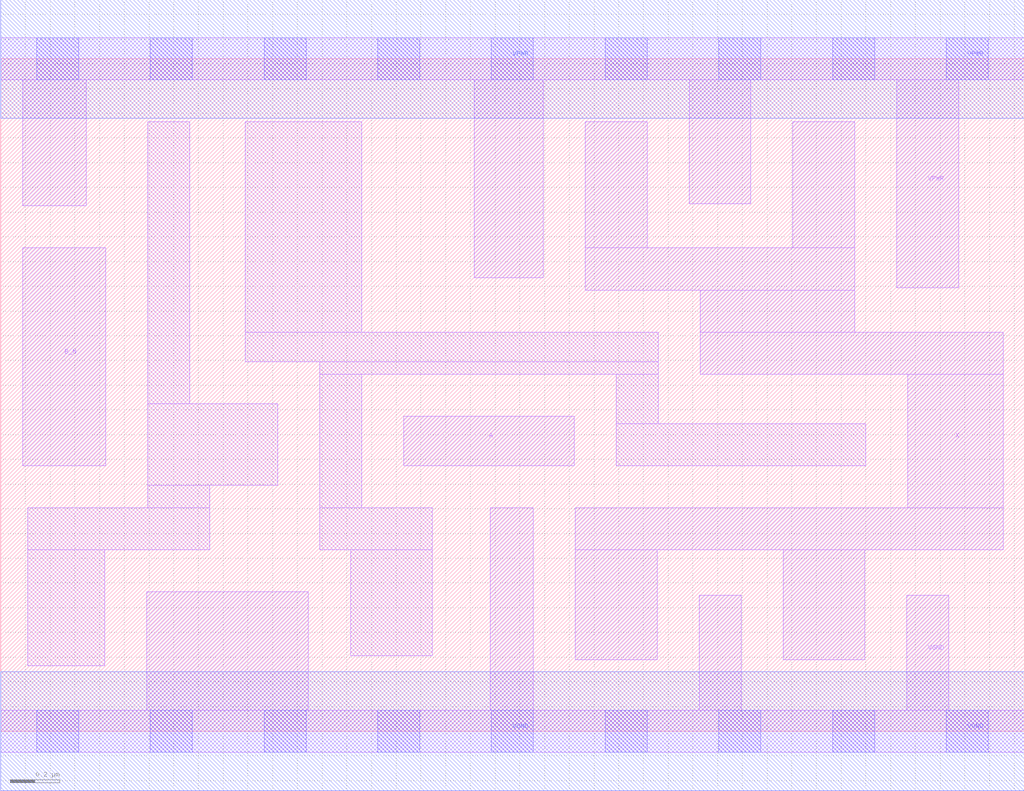
<source format=lef>
# Copyright 2020 The SkyWater PDK Authors
#
# Licensed under the Apache License, Version 2.0 (the "License");
# you may not use this file except in compliance with the License.
# You may obtain a copy of the License at
#
#     https://www.apache.org/licenses/LICENSE-2.0
#
# Unless required by applicable law or agreed to in writing, software
# distributed under the License is distributed on an "AS IS" BASIS,
# WITHOUT WARRANTIES OR CONDITIONS OF ANY KIND, either express or implied.
# See the License for the specific language governing permissions and
# limitations under the License.
#
# SPDX-License-Identifier: Apache-2.0

VERSION 5.7 ;
  NAMESCASESENSITIVE ON ;
  NOWIREEXTENSIONATPIN ON ;
  DIVIDERCHAR "/" ;
  BUSBITCHARS "[]" ;
UNITS
  DATABASE MICRONS 200 ;
END UNITS
MACRO sky130_fd_sc_hd__or2b_4
  CLASS CORE ;
  SOURCE USER ;
  FOREIGN sky130_fd_sc_hd__or2b_4 ;
  ORIGIN  0.000000  0.000000 ;
  SIZE  4.140000 BY  2.720000 ;
  SYMMETRY X Y R90 ;
  SITE unithd ;
  PIN A
    ANTENNAGATEAREA  0.247500 ;
    DIRECTION INPUT ;
    USE SIGNAL ;
    PORT
      LAYER li1 ;
        RECT 1.630000 1.075000 2.320000 1.275000 ;
    END
  END A
  PIN B_N
    ANTENNAGATEAREA  0.126000 ;
    DIRECTION INPUT ;
    USE SIGNAL ;
    PORT
      LAYER li1 ;
        RECT 0.090000 1.075000 0.425000 1.955000 ;
    END
  END B_N
  PIN X
    ANTENNADIFFAREA  0.891000 ;
    DIRECTION OUTPUT ;
    USE SIGNAL ;
    PORT
      LAYER li1 ;
        RECT 2.325000 0.290000 2.655000 0.735000 ;
        RECT 2.325000 0.735000 4.055000 0.905000 ;
        RECT 2.365000 1.785000 3.455000 1.955000 ;
        RECT 2.365000 1.955000 2.615000 2.465000 ;
        RECT 2.830000 1.445000 4.055000 1.615000 ;
        RECT 2.830000 1.615000 3.455000 1.785000 ;
        RECT 3.165000 0.290000 3.495000 0.735000 ;
        RECT 3.205000 1.955000 3.455000 2.465000 ;
        RECT 3.670000 0.905000 4.055000 1.445000 ;
    END
  END X
  PIN VGND
    DIRECTION INOUT ;
    SHAPE ABUTMENT ;
    USE GROUND ;
    PORT
      LAYER li1 ;
        RECT 0.000000 -0.085000 4.140000 0.085000 ;
        RECT 0.590000  0.085000 1.245000 0.565000 ;
        RECT 1.980000  0.085000 2.155000 0.905000 ;
        RECT 2.825000  0.085000 2.995000 0.550000 ;
        RECT 3.665000  0.085000 3.835000 0.550000 ;
      LAYER mcon ;
        RECT 0.145000 -0.085000 0.315000 0.085000 ;
        RECT 0.605000 -0.085000 0.775000 0.085000 ;
        RECT 1.065000 -0.085000 1.235000 0.085000 ;
        RECT 1.525000 -0.085000 1.695000 0.085000 ;
        RECT 1.985000 -0.085000 2.155000 0.085000 ;
        RECT 2.445000 -0.085000 2.615000 0.085000 ;
        RECT 2.905000 -0.085000 3.075000 0.085000 ;
        RECT 3.365000 -0.085000 3.535000 0.085000 ;
        RECT 3.825000 -0.085000 3.995000 0.085000 ;
      LAYER met1 ;
        RECT 0.000000 -0.240000 4.140000 0.240000 ;
    END
  END VGND
  PIN VPWR
    DIRECTION INOUT ;
    SHAPE ABUTMENT ;
    USE POWER ;
    PORT
      LAYER li1 ;
        RECT 0.000000 2.635000 4.140000 2.805000 ;
        RECT 0.090000 2.125000 0.345000 2.635000 ;
        RECT 1.915000 1.835000 2.195000 2.635000 ;
        RECT 2.785000 2.135000 3.035000 2.635000 ;
        RECT 3.625000 1.795000 3.875000 2.635000 ;
      LAYER mcon ;
        RECT 0.145000 2.635000 0.315000 2.805000 ;
        RECT 0.605000 2.635000 0.775000 2.805000 ;
        RECT 1.065000 2.635000 1.235000 2.805000 ;
        RECT 1.525000 2.635000 1.695000 2.805000 ;
        RECT 1.985000 2.635000 2.155000 2.805000 ;
        RECT 2.445000 2.635000 2.615000 2.805000 ;
        RECT 2.905000 2.635000 3.075000 2.805000 ;
        RECT 3.365000 2.635000 3.535000 2.805000 ;
        RECT 3.825000 2.635000 3.995000 2.805000 ;
      LAYER met1 ;
        RECT 0.000000 2.480000 4.140000 2.960000 ;
    END
  END VPWR
  OBS
    LAYER li1 ;
      RECT 0.110000 0.265000 0.420000 0.735000 ;
      RECT 0.110000 0.735000 0.845000 0.905000 ;
      RECT 0.595000 0.905000 0.845000 0.995000 ;
      RECT 0.595000 0.995000 1.120000 1.325000 ;
      RECT 0.595000 1.325000 0.765000 2.465000 ;
      RECT 0.990000 1.495000 2.660000 1.615000 ;
      RECT 0.990000 1.615000 1.460000 2.465000 ;
      RECT 1.290000 0.735000 1.745000 0.905000 ;
      RECT 1.290000 0.905000 1.460000 1.445000 ;
      RECT 1.290000 1.445000 2.660000 1.495000 ;
      RECT 1.415000 0.305000 1.745000 0.735000 ;
      RECT 2.490000 1.075000 3.500000 1.245000 ;
      RECT 2.490000 1.245000 2.660000 1.445000 ;
  END
END sky130_fd_sc_hd__or2b_4

</source>
